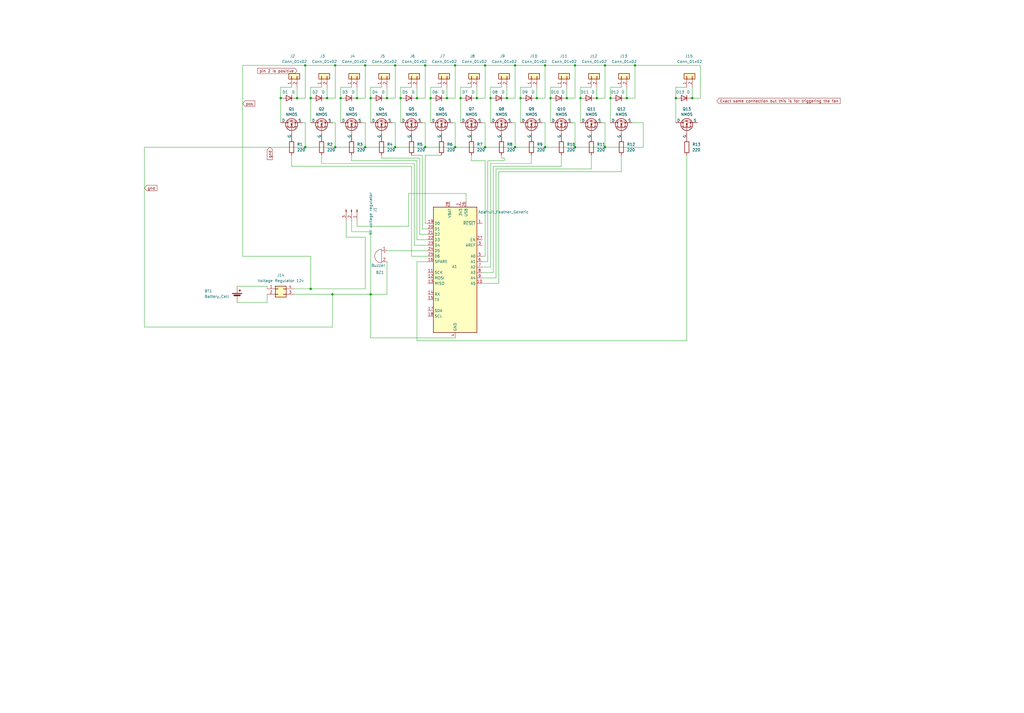
<source format=kicad_sch>
(kicad_sch (version 20231120) (generator "eeschema") (generator_version "8.0")
  (paper "User" 477.19 332.334)
  (lib_symbols
    (symbol "Connector:Conn_01x03_Pin" (pin_names (offset 1.016) hide)
      (property "Reference" "J" (at 0 5.08 0))
      (property "Value" "Conn_01x03_Pin" (at 0 -5.08 0))
      (symbol "Conn_01x03_Pin_1_1"
        (polyline (pts (xy 1.27 -2.54) (xy 0.8636 -2.54)) (stroke (width 0.1524)))
        (polyline (pts (xy 1.27 0) (xy 0.8636 0)) (stroke (width 0.1524)))
        (polyline (pts (xy 1.27 2.54) (xy 0.8636 2.54)) (stroke (width 0.1524)))
        (rectangle (start 0.8636 -2.413) (end 0 -2.667) (stroke (width 0.1524)) (fill (type outline)))
        (rectangle (start 0.8636 0.127) (end 0 -0.127) (stroke (width 0.1524)) (fill (type outline)))
        (rectangle (start 0.8636 2.667) (end 0 2.413) (stroke (width 0.1524)) (fill (type outline)))
        (pin passive line (at 5.08 2.54 180) (length 3.81) (name "Pin_1") (number "1"))
        (pin passive line (at 5.08 0 180) (length 3.81) (name "Pin_2") (number "2"))
        (pin passive line (at 5.08 -2.54 180) (length 3.81) (name "Pin_3") (number "3"))
      )
    )
    (symbol "Connector_Generic:Conn_01x02" (pin_names (offset 1.016) hide)
      (property "Reference" "J" (at 0 2.54 0))
      (property "Value" "Conn_01x02" (at 0 -5.08 0))
      (symbol "Conn_01x02_1_1"
        (rectangle (start -1.27 -2.413) (end 0 -2.667) (stroke (width 0.1524)))
        (rectangle (start -1.27 0.127) (end 0 -0.127) (stroke (width 0.1524)))
        (rectangle (start -1.27 1.27) (end 1.27 -3.81) (stroke (width 0.254)) (fill (type background)))
        (pin passive line (at -5.08 0 0) (length 3.81) (name "Pin_1") (number "1"))
        (pin passive line (at -5.08 -2.54 0) (length 3.81) (name "Pin_2") (number "2"))
      )
    )
    (symbol "Connector_Generic:Conn_02x02_Counter_Clockwise" (pin_names (offset 1.016) hide)
      (property "Reference" "J" (at 1.27 2.54 0))
      (property "Value" "Conn_02x02_Counter_Clockwise" (at 1.27 -5.08 0))
      (symbol "Conn_02x02_Counter_Clockwise_1_1"
        (rectangle (start -1.27 -2.413) (end 0 -2.667) (stroke (width 0.1524)))
        (rectangle (start -1.27 0.127) (end 0 -0.127) (stroke (width 0.1524)))
        (rectangle (start -1.27 1.27) (end 3.81 -3.81) (stroke (width 0.254)) (fill (type background)))
        (rectangle (start 3.81 -2.413) (end 2.54 -2.667) (stroke (width 0.1524)))
        (rectangle (start 3.81 0.127) (end 2.54 -0.127) (stroke (width 0.1524)))
        (pin passive line (at -5.08 0 0) (length 3.81) (name "Pin_1") (number "1"))
        (pin passive line (at -5.08 -2.54 0) (length 3.81) (name "Pin_2") (number "2"))
        (pin passive line (at 7.62 -2.54 180) (length 3.81) (name "Pin_3") (number "3"))
        (pin passive line (at 7.62 0 180) (length 3.81) (name "Pin_4") (number "4"))
      )
    )
    (symbol "Device:Battery_Cell" (pin_numbers hide) (pin_names (offset 0) hide)
      (property "Reference" "BT" (at 2.54 2.54 0))
      (property "Value" "Battery_Cell" (at 2.54 0 0))
      (symbol "Battery_Cell_0_1"
        (rectangle (start -2.286 1.778) (end 2.286 1.524) (fill (type outline)))
        (rectangle (start -1.524 1.016) (end 1.524 0.508) (fill (type outline)))
        (polyline (pts (xy 0 0.762) (xy 0 0)))
        (polyline (pts (xy 0 1.778) (xy 0 2.54)))
        (polyline (pts (xy 0.762 3.048) (xy 1.778 3.048)) (stroke (width 0.254)))
        (polyline (pts (xy 1.27 3.556) (xy 1.27 2.54)) (stroke (width 0.254)))
      )
      (symbol "Battery_Cell_1_1"
        (pin passive line (at 0 5.08 270) (length 2.54) (name "+") (number "1"))
        (pin passive line (at 0 -2.54 90) (length 2.54) (name "-") (number "2"))
      )
    )
    (symbol "Device:Buzzer" (pin_names (offset 0.0254) hide)
      (property "Reference" "BZ" (at 3.81 1.27 0))
      (property "Value" "Buzzer" (at 3.81 -1.27 0))
      (symbol "Buzzer_0_1"
        (arc (start 0 -3.175) (mid 3.1612 0) (end 0 3.175))
        (polyline (pts (xy -1.651 1.905) (xy -1.143 1.905)))
        (polyline (pts (xy -1.397 2.159) (xy -1.397 1.651)))
        (polyline (pts (xy 0 3.175) (xy 0 -3.175)))
      )
      (symbol "Buzzer_1_1"
        (pin passive line (at -2.54 2.54 0) (length 2.54) (name "+") (number "1"))
        (pin passive line (at -2.54 -2.54 0) (length 2.54) (name "-") (number "2"))
      )
    )
    (symbol "Device:D" (pin_numbers hide) (pin_names (offset 1.016) hide)
      (property "Reference" "D" (at 0 2.54 0))
      (property "Value" "D" (at 0 -2.54 0))
      (symbol "D_0_1"
        (polyline (pts (xy -1.27 1.27) (xy -1.27 -1.27)) (stroke (width 0.254)))
        (polyline (pts (xy 1.27 0) (xy -1.27 0)))
        (polyline (pts (xy 1.27 1.27) (xy 1.27 -1.27) (xy -1.27 0) (xy 1.27 1.27)) (stroke (width 0.254)))
      )
      (symbol "D_1_1"
        (pin passive line (at -3.81 0 0) (length 2.54) (name "K") (number "1"))
        (pin passive line (at 3.81 0 180) (length 2.54) (name "A") (number "2"))
      )
    )
    (symbol "Device:R" (pin_numbers hide) (pin_names (offset 0))
      (property "Reference" "R" (at 2.032 0 90))
      (property "Value" "R" (at 0 0 90))
      (symbol "R_0_1"
        (rectangle (start -1.016 -2.54) (end 1.016 2.54) (stroke (width 0.254)))
      )
      (symbol "R_1_1"
        (pin passive line (at 0 3.81 270) (length 1.27) (name "~") (number "1"))
        (pin passive line (at 0 -3.81 90) (length 1.27) (name "~") (number "2"))
      )
    )
    (symbol "MCU_Module:Adafruit_Feather_Generic"
      (property "Reference" "A" (at -10.16 29.21 0))
      (property "Value" "Adafruit_Feather_Generic" (at 2.54 -31.75 0))
      (symbol "Adafruit_Feather_Generic_0_1"
        (rectangle (start -10.16 27.94) (end 10.16 -30.48) (stroke (width 0.254)) (fill (type background)))
      )
      (symbol "Adafruit_Feather_Generic_1_1"
        (pin input line (at 12.7 20.32 180) (length 2.54) (name "~{RESET}") (number "1"))
        (pin bidirectional line (at 12.7 -7.62 180) (length 2.54) (name "A5") (number "10"))
        (pin bidirectional line (at -12.7 -2.54 0) (length 2.54) (name "SCK") (number "11"))
        (pin bidirectional line (at -12.7 -5.08 0) (length 2.54) (name "MOSI") (number "12"))
        (pin bidirectional line (at -12.7 -7.62 0) (length 2.54) (name "MISO") (number "13"))
        (pin bidirectional line (at -12.7 -12.7 0) (length 2.54) (name "RX") (number "14"))
        (pin bidirectional line (at -12.7 -15.24 0) (length 2.54) (name "TX") (number "15"))
        (pin bidirectional line (at -12.7 2.54 0) (length 2.54) (name "SPARE") (number "16"))
        (pin bidirectional line (at -12.7 -20.32 0) (length 2.54) (name "SDA") (number "17"))
        (pin bidirectional line (at -12.7 -22.86 0) (length 2.54) (name "SCL") (number "18"))
        (pin bidirectional line (at -12.7 20.32 0) (length 2.54) (name "D0") (number "19"))
        (pin power_in line (at 2.54 30.48 270) (length 2.54) (name "3V3") (number "2"))
        (pin bidirectional line (at -12.7 17.78 0) (length 2.54) (name "D1") (number "20"))
        (pin bidirectional line (at -12.7 15.24 0) (length 2.54) (name "D2") (number "21"))
        (pin bidirectional line (at -12.7 12.7 0) (length 2.54) (name "D3") (number "22"))
        (pin bidirectional line (at -12.7 10.16 0) (length 2.54) (name "D4") (number "23"))
        (pin bidirectional line (at -12.7 7.62 0) (length 2.54) (name "D5") (number "24"))
        (pin bidirectional line (at -12.7 5.08 0) (length 2.54) (name "D6") (number "25"))
        (pin power_in line (at 5.08 30.48 270) (length 2.54) (name "USB") (number "26"))
        (pin input line (at 12.7 12.7 180) (length 2.54) (name "EN") (number "27"))
        (pin power_in line (at -2.54 30.48 270) (length 2.54) (name "VBAT") (number "28"))
        (pin input line (at 12.7 10.16 180) (length 2.54) (name "AREF") (number "3"))
        (pin power_in line (at 0 -33.02 90) (length 2.54) (name "GND") (number "4"))
        (pin bidirectional line (at 12.7 5.08 180) (length 2.54) (name "A0") (number "5"))
        (pin bidirectional line (at 12.7 2.54 180) (length 2.54) (name "A1") (number "6"))
        (pin bidirectional line (at 12.7 0 180) (length 2.54) (name "A2") (number "7"))
        (pin bidirectional line (at 12.7 -2.54 180) (length 2.54) (name "A3") (number "8"))
        (pin bidirectional line (at 12.7 -5.08 180) (length 2.54) (name "A4") (number "9"))
      )
    )
    (symbol "Simulation_SPICE:NMOS" (pin_numbers hide) (pin_names (offset 0))
      (property "Reference" "Q" (at 5.08 1.27 0))
      (property "Value" "NMOS" (at 5.08 -1.27 0))
      (symbol "NMOS_0_1"
        (polyline (pts (xy 0.254 0) (xy -2.54 0)))
        (polyline (pts (xy 0.254 1.905) (xy 0.254 -1.905)) (stroke (width 0.254)))
        (polyline (pts (xy 0.762 -1.27) (xy 0.762 -2.286)) (stroke (width 0.254)))
        (polyline (pts (xy 0.762 0.508) (xy 0.762 -0.508)) (stroke (width 0.254)))
        (polyline (pts (xy 0.762 2.286) (xy 0.762 1.27)) (stroke (width 0.254)))
        (polyline (pts (xy 2.54 2.54) (xy 2.54 1.778)))
        (polyline (pts (xy 2.54 -2.54) (xy 2.54 0) (xy 0.762 0)))
        (polyline (pts (xy 0.762 -1.778) (xy 3.302 -1.778) (xy 3.302 1.778) (xy 0.762 1.778)))
        (polyline (pts (xy 1.016 0) (xy 2.032 0.381) (xy 2.032 -0.381) (xy 1.016 0)) (fill (type outline)))
        (polyline (pts (xy 2.794 0.508) (xy 2.921 0.381) (xy 3.683 0.381) (xy 3.81 0.254)))
        (polyline (pts (xy 3.302 0.381) (xy 2.921 -0.254) (xy 3.683 -0.254) (xy 3.302 0.381)))
        (circle (center 1.651 0) (radius 2.794) (stroke (width 0.254)))
        (circle (center 2.54 -1.778) (radius 0.254) (fill (type outline)))
        (circle (center 2.54 1.778) (radius 0.254) (fill (type outline)))
      )
      (symbol "NMOS_1_1"
        (pin passive line (at 2.54 5.08 270) (length 2.54) (name "D") (number "1"))
        (pin input line (at -5.08 0 0) (length 2.54) (name "G") (number "2"))
        (pin passive line (at 2.54 -5.08 90) (length 2.54) (name "S") (number "3"))
      )
    )
  )
  (junction (at 240.03 68.58))
  (junction (at 322.58 45.72))
  (junction (at 144.78 134.62))
  (junction (at 138.43 45.72))
  (junction (at 284.48 45.72))
  (junction (at 212.09 68.58))
  (junction (at 194.31 45.72))
  (junction (at 270.51 45.72))
  (junction (at 212.09 30.48))
  (junction (at 180.34 45.72))
  (junction (at 142.24 30.48))
  (junction (at 292.1 45.72))
  (junction (at 242.57 45.72))
  (junction (at 144.78 45.72))
  (junction (at 278.13 45.72))
  (junction (at 186.69 45.72))
  (junction (at 254 30.48))
  (junction (at 184.15 30.48))
  (junction (at 156.21 68.58))
  (junction (at 295.91 30.48))
  (junction (at 166.37 45.72))
  (junction (at 198.12 68.58))
  (junction (at 226.06 30.48))
  (junction (at 208.28 45.72))
  (junction (at 184.15 68.58))
  (junction (at 281.94 68.58))
  (junction (at 240.03 30.48))
  (junction (at 226.06 68.58))
  (junction (at 254 68.58))
  (junction (at 256.54 45.72))
  (junction (at 172.72 45.72))
  (junction (at 130.81 45.72))
  (junction (at 154.94 137.16))
  (junction (at 267.97 68.58))
  (junction (at 228.6 45.72))
  (junction (at 267.97 30.48))
  (junction (at 250.19 45.72))
  (junction (at 198.12 30.48))
  (junction (at 170.18 30.48))
  (junction (at 158.75 45.72))
  (junction (at 214.63 45.72))
  (junction (at 314.96 45.72))
  (junction (at 264.16 45.72))
  (junction (at 152.4 45.72))
  (junction (at 200.66 45.72))
  (junction (at 281.94 30.48))
  (junction (at 142.24 68.58))
  (junction (at 236.22 45.72))
  (junction (at 172.72 137.16))
  (junction (at 156.21 30.48))
  (junction (at 222.25 45.72))
  (junction (at 170.18 68.58))
  (wire (pts (xy 184.15 45.72) (xy 180.34 45.72)))
  (wire (pts (xy 232.41 132.08) (xy 224.79 132.08)))
  (wire (pts (xy 195.58 109.22) (xy 199.39 109.22)))
  (wire (pts (xy 166.37 40.64) (xy 166.37 45.72)))
  (wire (pts (xy 281.94 57.15) (xy 281.94 68.58)))
  (wire (pts (xy 198.12 68.58) (xy 212.09 68.58)))
  (wire (pts (xy 156.21 30.48) (xy 156.21 45.72)))
  (wire (pts (xy 198.12 30.48) (xy 212.09 30.48)))
  (wire (pts (xy 281.94 68.58) (xy 299.72 68.58)))
  (wire (pts (xy 212.09 30.48) (xy 226.06 30.48)))
  (wire (pts (xy 186.69 45.72) (xy 186.69 40.64)))
  (wire (pts (xy 177.8 73.66) (xy 177.8 72.39)))
  (wire (pts (xy 130.81 45.72) (xy 130.81 57.15)))
  (wire (pts (xy 170.18 57.15) (xy 170.18 68.58)))
  (wire (pts (xy 284.48 45.72) (xy 284.48 40.64)))
  (wire (pts (xy 256.54 45.72) (xy 256.54 57.15)))
  (wire (pts (xy 194.31 158.75) (xy 194.31 121.92)))
  (wire (pts (xy 264.16 40.64) (xy 264.16 45.72)))
  (wire (pts (xy 156.21 57.15) (xy 154.94 57.15)))
  (wire (pts (xy 227.33 74.93) (xy 234.95 74.93)))
  (wire (pts (xy 212.09 68.58) (xy 226.06 68.58)))
  (wire (pts (xy 195.58 109.22) (xy 195.58 73.66)))
  (wire (pts (xy 191.77 77.47) (xy 135.89 77.47)))
  (wire (pts (xy 184.15 30.48) (xy 184.15 45.72)))
  (wire (pts (xy 299.72 57.15) (xy 294.64 57.15)))
  (wire (pts (xy 130.81 45.72) (xy 130.81 40.64)))
  (wire (pts (xy 144.78 119.38) (xy 144.78 134.62)))
  (wire (pts (xy 172.72 157.48) (xy 172.72 137.16)))
  (wire (pts (xy 240.03 30.48) (xy 240.03 45.72)))
  (wire (pts (xy 250.19 40.64) (xy 250.19 45.72)))
  (wire (pts (xy 228.6 45.72) (xy 228.6 57.15)))
  (wire (pts (xy 295.91 30.48) (xy 295.91 45.72)))
  (wire (pts (xy 158.75 45.72) (xy 158.75 57.15)))
  (wire (pts (xy 314.96 45.72) (xy 314.96 40.64)))
  (wire (pts (xy 198.12 104.14) (xy 199.39 104.14)))
  (wire (pts (xy 270.51 45.72) (xy 270.51 40.64)))
  (wire (pts (xy 234.95 73.66) (xy 233.68 73.66)))
  (wire (pts (xy 184.15 57.15) (xy 184.15 68.58)))
  (wire (pts (xy 196.85 106.68) (xy 199.39 106.68)))
  (wire (pts (xy 270.51 45.72) (xy 270.51 57.15)))
  (wire (pts (xy 182.88 57.15) (xy 184.15 57.15)))
  (wire (pts (xy 113.03 30.48) (xy 113.03 119.38)))
  (wire (pts (xy 284.48 45.72) (xy 284.48 57.15)))
  (wire (pts (xy 219.71 74.93) (xy 226.06 74.93)))
  (wire (pts (xy 113.03 119.38) (xy 144.78 119.38)))
  (wire (pts (xy 186.69 40.64) (xy 191.77 40.64)))
  (wire (pts (xy 154.94 137.16) (xy 172.72 137.16)))
  (wire (pts (xy 200.66 40.64) (xy 205.74 40.64)))
  (wire (pts (xy 196.85 72.39) (xy 196.85 106.68)))
  (wire (pts (xy 156.21 30.48) (xy 170.18 30.48)))
  (wire (pts (xy 234.95 74.93) (xy 234.95 73.66)))
  (wire (pts (xy 170.18 68.58) (xy 184.15 68.58)))
  (wire (pts (xy 172.72 137.16) (xy 172.72 107.95)))
  (wire (pts (xy 226.06 74.93) (xy 226.06 119.38)))
  (wire (pts (xy 166.37 102.87) (xy 166.37 105.41)))
  (wire (pts (xy 200.66 45.72) (xy 200.66 40.64)))
  (wire (pts (xy 226.06 119.38) (xy 224.79 119.38)))
  (wire (pts (xy 254 68.58) (xy 267.97 68.58)))
  (wire (pts (xy 163.83 72.39) (xy 163.83 74.93)))
  (wire (pts (xy 254 30.48) (xy 267.97 30.48)))
  (wire (pts (xy 314.96 45.72) (xy 314.96 57.15)))
  (wire (pts (xy 261.62 72.39) (xy 261.62 77.47)))
  (wire (pts (xy 229.87 77.47) (xy 261.62 77.47)))
  (wire (pts (xy 142.24 45.72) (xy 142.24 30.48)))
  (wire (pts (xy 180.34 137.16) (xy 172.72 137.16)))
  (wire (pts (xy 210.82 57.15) (xy 212.09 57.15)))
  (wire (pts (xy 292.1 40.64) (xy 292.1 45.72)))
  (wire (pts (xy 219.71 72.39) (xy 219.71 74.93)))
  (wire (pts (xy 137.16 137.16) (xy 154.94 137.16)))
  (wire (pts (xy 281.94 45.72) (xy 281.94 30.48)))
  (wire (pts (xy 278.13 45.72) (xy 281.94 45.72)))
  (wire (pts (xy 224.79 57.15) (xy 226.06 57.15)))
  (wire (pts (xy 226.06 57.15) (xy 226.06 68.58)))
  (wire (pts (xy 247.65 76.2) (xy 247.65 72.39)))
  (wire (pts (xy 226.06 45.72) (xy 226.06 30.48)))
  (wire (pts (xy 168.91 57.15) (xy 170.18 57.15)))
  (wire (pts (xy 172.72 45.72) (xy 172.72 57.15)))
  (wire (pts (xy 142.24 68.58) (xy 156.21 68.58)))
  (wire (pts (xy 228.6 40.64) (xy 233.68 40.64)))
  (wire (pts (xy 284.48 40.64) (xy 289.56 40.64)))
  (wire (pts (xy 229.87 127) (xy 224.79 127)))
  (wire (pts (xy 267.97 30.48) (xy 267.97 45.72)))
  (wire (pts (xy 152.4 40.64) (xy 152.4 45.72)))
  (wire (pts (xy 267.97 30.48) (xy 281.94 30.48)))
  (wire (pts (xy 163.83 107.95) (xy 163.83 102.87)))
  (wire (pts (xy 110.49 133.35) (xy 124.46 133.35)))
  (wire (pts (xy 275.59 78.74) (xy 231.14 78.74)))
  (wire (pts (xy 191.77 119.38) (xy 191.77 77.47)))
  (wire (pts (xy 200.66 45.72) (xy 200.66 57.15)))
  (wire (pts (xy 222.25 45.72) (xy 226.06 45.72)))
  (wire (pts (xy 170.18 134.62) (xy 170.18 110.49)))
  (wire (pts (xy 191.77 72.39) (xy 196.85 72.39)))
  (wire (pts (xy 124.46 133.35) (xy 124.46 134.62)))
  (wire (pts (xy 217.17 90.17) (xy 217.17 93.98)))
  (wire (pts (xy 110.49 140.97) (xy 124.46 140.97)))
  (wire (pts (xy 252.73 57.15) (xy 254 57.15)))
  (wire (pts (xy 267.97 45.72) (xy 264.16 45.72)))
  (wire (pts (xy 275.59 72.39) (xy 275.59 78.74)))
  (wire (pts (xy 208.28 40.64) (xy 208.28 45.72)))
  (wire (pts (xy 158.75 45.72) (xy 158.75 40.64)))
  (wire (pts (xy 194.31 111.76) (xy 199.39 111.76)))
  (wire (pts (xy 254 57.15) (xy 254 68.58)))
  (wire (pts (xy 193.04 114.3) (xy 193.04 76.2)))
  (wire (pts (xy 194.31 40.64) (xy 194.31 45.72)))
  (wire (pts (xy 240.03 30.48) (xy 254 30.48)))
  (wire (pts (xy 194.31 74.93) (xy 163.83 74.93)))
  (wire (pts (xy 144.78 45.72) (xy 144.78 57.15)))
  (wire (pts (xy 124.46 140.97) (xy 124.46 137.16)))
  (wire (pts (xy 144.78 134.62) (xy 170.18 134.62)))
  (wire (pts (xy 242.57 45.72) (xy 242.57 57.15)))
  (wire (pts (xy 214.63 40.64) (xy 219.71 40.64)))
  (wire (pts (xy 233.68 73.66) (xy 233.68 72.39)))
  (wire (pts (xy 256.54 40.64) (xy 261.62 40.64)))
  (wire (pts (xy 180.34 40.64) (xy 180.34 45.72)))
  (wire (pts (xy 198.12 57.15) (xy 198.12 68.58)))
  (wire (pts (xy 138.43 45.72) (xy 142.24 45.72)))
  (wire (pts (xy 232.41 80.01) (xy 232.41 132.08)))
  (wire (pts (xy 266.7 57.15) (xy 267.97 57.15)))
  (wire (pts (xy 158.75 40.64) (xy 163.83 40.64)))
  (wire (pts (xy 180.34 116.84) (xy 199.39 116.84)))
  (wire (pts (xy 194.31 45.72) (xy 198.12 45.72)))
  (wire (pts (xy 67.31 152.4) (xy 67.31 68.58)))
  (wire (pts (xy 212.09 45.72) (xy 208.28 45.72)))
  (wire (pts (xy 242.57 40.64) (xy 247.65 40.64)))
  (wire (pts (xy 166.37 45.72) (xy 170.18 45.72)))
  (wire (pts (xy 238.76 57.15) (xy 240.03 57.15)))
  (wire (pts (xy 227.33 121.92) (xy 224.79 121.92)))
  (wire (pts (xy 172.72 40.64) (xy 177.8 40.64)))
  (wire (pts (xy 254 45.72) (xy 254 30.48)))
  (wire (pts (xy 322.58 40.64) (xy 322.58 45.72)))
  (wire (pts (xy 320.04 72.39) (xy 320.04 158.75)))
  (wire (pts (xy 240.03 45.72) (xy 236.22 45.72)))
  (wire (pts (xy 135.89 72.39) (xy 135.89 77.47)))
  (wire (pts (xy 156.21 45.72) (xy 152.4 45.72)))
  (wire (pts (xy 231.14 129.54) (xy 224.79 129.54)))
  (wire (pts (xy 229.87 77.47) (xy 229.87 127)))
  (wire (pts (xy 130.81 40.64) (xy 135.89 40.64)))
  (wire (pts (xy 138.43 40.64) (xy 138.43 45.72)))
  (wire (pts (xy 172.72 45.72) (xy 172.72 40.64)))
  (wire (pts (xy 156.21 68.58) (xy 170.18 68.58)))
  (wire (pts (xy 299.72 68.58) (xy 299.72 57.15)))
  (wire (pts (xy 267.97 57.15) (xy 267.97 68.58)))
  (wire (pts (xy 154.94 137.16) (xy 154.94 152.4)))
  (wire (pts (xy 214.63 45.72) (xy 214.63 40.64)))
  (wire (pts (xy 227.33 74.93) (xy 227.33 121.92)))
  (wire (pts (xy 240.03 68.58) (xy 254 68.58)))
  (wire (pts (xy 149.86 76.2) (xy 149.86 72.39)))
  (wire (pts (xy 326.39 30.48) (xy 326.39 45.72)))
  (wire (pts (xy 166.37 105.41) (xy 190.5 105.41)))
  (wire (pts (xy 190.5 90.17) (xy 217.17 90.17)))
  (wire (pts (xy 142.24 57.15) (xy 140.97 57.15)))
  (wire (pts (xy 256.54 45.72) (xy 256.54 40.64)))
  (wire (pts (xy 154.94 152.4) (xy 67.31 152.4)))
  (wire (pts (xy 326.39 45.72) (xy 322.58 45.72)))
  (wire (pts (xy 190.5 105.41) (xy 190.5 90.17)))
  (wire (pts (xy 180.34 121.92) (xy 180.34 137.16)))
  (wire (pts (xy 144.78 40.64) (xy 149.86 40.64)))
  (wire (pts (xy 170.18 45.72) (xy 170.18 30.48)))
  (wire (pts (xy 214.63 45.72) (xy 214.63 57.15)))
  (wire (pts (xy 137.16 134.62) (xy 144.78 134.62)))
  (wire (pts (xy 193.04 114.3) (xy 199.39 114.3)))
  (wire (pts (xy 228.6 124.46) (xy 224.79 124.46)))
  (wire (pts (xy 198.12 104.14) (xy 198.12 72.39)))
  (wire (pts (xy 193.04 76.2) (xy 149.86 76.2)))
  (wire (pts (xy 163.83 107.95) (xy 172.72 107.95)))
  (wire (pts (xy 240.03 57.15) (xy 240.03 68.58)))
  (wire (pts (xy 242.57 45.72) (xy 242.57 40.64)))
  (wire (pts (xy 170.18 30.48) (xy 184.15 30.48)))
  (wire (pts (xy 198.12 45.72) (xy 198.12 30.48)))
  (wire (pts (xy 142.24 30.48) (xy 156.21 30.48)))
  (wire (pts (xy 142.24 57.15) (xy 142.24 68.58)))
  (wire (pts (xy 289.56 72.39) (xy 289.56 80.01)))
  (wire (pts (xy 267.97 68.58) (xy 281.94 68.58)))
  (wire (pts (xy 186.69 45.72) (xy 186.69 57.15)))
  (wire (pts (xy 281.94 30.48) (xy 295.91 30.48)))
  (wire (pts (xy 226.06 30.48) (xy 240.03 30.48)))
  (wire (pts (xy 222.25 40.64) (xy 222.25 45.72)))
  (wire (pts (xy 232.41 80.01) (xy 289.56 80.01)))
  (wire (pts (xy 196.85 57.15) (xy 198.12 57.15)))
  (wire (pts (xy 247.65 76.2) (xy 228.6 76.2)))
  (wire (pts (xy 194.31 111.76) (xy 194.31 74.93)))
  (wire (pts (xy 228.6 76.2) (xy 228.6 124.46)))
  (wire (pts (xy 142.24 30.48) (xy 113.03 30.48)))
  (wire (pts (xy 212.09 157.48) (xy 172.72 157.48)))
  (wire (pts (xy 199.39 119.38) (xy 191.77 119.38)))
  (wire (pts (xy 314.96 40.64) (xy 320.04 40.64)))
  (wire (pts (xy 295.91 30.48) (xy 326.39 30.48)))
  (wire (pts (xy 236.22 40.64) (xy 236.22 45.72)))
  (wire (pts (xy 184.15 68.58) (xy 198.12 68.58)))
  (wire (pts (xy 250.19 45.72) (xy 254 45.72)))
  (wire (pts (xy 195.58 73.66) (xy 177.8 73.66)))
  (wire (pts (xy 231.14 78.74) (xy 231.14 129.54)))
  (wire (pts (xy 161.29 110.49) (xy 161.29 102.87)))
  (wire (pts (xy 212.09 57.15) (xy 212.09 68.58)))
  (wire (pts (xy 194.31 121.92) (xy 199.39 121.92)))
  (wire (pts (xy 212.09 30.48) (xy 212.09 45.72)))
  (wire (pts (xy 161.29 110.49) (xy 170.18 110.49)))
  (wire (pts (xy 278.13 40.64) (xy 278.13 45.72)))
  (wire (pts (xy 226.06 68.58) (xy 240.03 68.58)))
  (wire (pts (xy 67.31 68.58) (xy 142.24 68.58)))
  (wire (pts (xy 270.51 40.64) (xy 275.59 40.64)))
  (wire (pts (xy 280.67 57.15) (xy 281.94 57.15)))
  (wire (pts (xy 144.78 45.72) (xy 144.78 40.64)))
  (wire (pts (xy 320.04 158.75) (xy 194.31 158.75)))
  (wire (pts (xy 295.91 45.72) (xy 292.1 45.72)))
  (wire (pts (xy 184.15 30.48) (xy 198.12 30.48)))
  (wire (pts (xy 228.6 45.72) (xy 228.6 40.64)))
  (wire (pts (xy 198.12 72.39) (xy 205.74 72.39)))
  (wire (pts (xy 156.21 68.58) (xy 156.21 57.15)))
  (global_label "gnd" (shape input) (at 67.31 87.63 0) (property "Intersheetrefs" "${INTERSHEET_REFS}" (effects (hide yes))))
  (global_label "gnd" (shape input) (at 125.73 68.58 270) (property "Intersheetrefs" "${INTERSHEET_REFS}" (effects (hide yes))))
  (global_label "Exact same connection but this is for triggering the fan" (shape input) (at 334.01 46.99 0) (property "Intersheetrefs" "${INTERSHEET_REFS}" (effects (hide yes))))
  (global_label "pos" (shape input) (at 113.03 48.26 0) (property "Intersheetrefs" "${INTERSHEET_REFS}" (effects (hide yes))))
  (global_label "pin 2 is positive" (shape input) (at 138.43 33.02 180) (property "Intersheetrefs" "${INTERSHEET_REFS}" (effects (hide yes))))
  (symbol (lib_id "Connector_Generic:Conn_01x02") (at 219.71 35.56 90) (unit 1)
    (property "Reference" "J8" (at 218.948 26.162 90) (effects (justify right)))
    (property "Value" "Conn_01x02" (at 215.138 28.702 90) (effects (justify right)))
    (property "Footprint" "AA_Oscars_Custom:2 pin qwik connector" (effects (hide yes)))
    (property "Description" "Generic connector, single row, 01x02, script generated (kicad-library-utils/schlib/autogen/connector/)" (effects (hide yes)))
  )
  (symbol (lib_id "Device:R") (at 275.59 68.58 0) (unit 1)
    (property "Reference" "R11" (at 278.13 67.3099 0) (effects (justify left)))
    (property "Value" "220" (at 278.13 69.8499 0) (effects (justify left)))
    (property "Footprint" "Resistor_SMD:R_2010_5025Metric_Pad1.40x2.65mm_HandSolder" (effects (hide yes)))
    (property "Description" "Resistor" (effects (hide yes)))
  )
  (symbol (lib_id "Device:R") (at 219.71 68.58 0) (unit 1)
    (property "Reference" "R7" (at 222.25 67.3099 0) (effects (justify left)))
    (property "Value" "220" (at 222.25 69.8499 0) (effects (justify left)))
    (property "Footprint" "Resistor_SMD:R_2010_5025Metric_Pad1.40x2.65mm_HandSolder" (effects (hide yes)))
    (property "Description" "Resistor" (effects (hide yes)))
  )
  (symbol (lib_id "Connector_Generic:Conn_01x02") (at 135.89 35.56 90) (unit 1)
    (property "Reference" "J2" (at 135.128 26.162 90) (effects (justify right)))
    (property "Value" "Conn_01x02" (at 131.318 28.702 90) (effects (justify right)))
    (property "Footprint" "AA_Oscars_Custom:2 pin qwik connector" (effects (hide yes)))
    (property "Description" "Generic connector, single row, 01x02, script generated (kicad-library-utils/schlib/autogen/connector/)" (effects (hide yes)))
  )
  (symbol (lib_id "Device:R") (at 149.86 68.58 0) (unit 1)
    (property "Reference" "R2" (at 152.4 67.3099 0) (effects (justify left)))
    (property "Value" "220" (at 152.4 69.8499 0) (effects (justify left)))
    (property "Footprint" "Resistor_SMD:R_2010_5025Metric_Pad1.40x2.65mm_HandSolder" (effects (hide yes)))
    (property "Description" "Resistor" (effects (hide yes)))
  )
  (symbol (lib_id "Device:R") (at 191.77 68.58 0) (unit 1)
    (property "Reference" "R5" (at 194.31 67.3099 0) (effects (justify left)))
    (property "Value" "220" (at 194.31 69.8499 0) (effects (justify left)))
    (property "Footprint" "Resistor_SMD:R_2010_5025Metric_Pad1.40x2.65mm_HandSolder" (effects (hide yes)))
    (property "Description" "Resistor" (effects (hide yes)))
  )
  (symbol (lib_id "Connector_Generic:Conn_02x02_Counter_Clockwise") (at 129.54 134.62 0) (unit 1)
    (property "Reference" "J14" (at 130.81 128.27 0))
    (property "Value" "Voltage Regulator 12v" (at 130.81 130.81 0))
    (property "Description" "Generic connector, double row, 02x02, counter clockwise pin numbering scheme (similar to DIP package numbering), script generated (kicad-library-utils/schlib/autogen/connector/)" (effects (hide yes)))
  )
  (symbol (lib_id "Device:D") (at 232.41 45.72 180) (unit 1)
    (property "Reference" "D8" (at 230.632 42.926 0))
    (property "Value" "D" (at 234.442 42.926 0))
    (property "Footprint" "Diode_THT:D_A-405_P7.62mm_Horizontal" (effects (hide yes)))
    (property "Description" "Diode" (effects (hide yes)))
    (property "Sim.Device" "D" (effects (hide yes)))
    (property "Sim.Pins" "1=K 2=A" (effects (hide yes)))
  )
  (symbol (lib_id "Device:D") (at 274.32 45.72 180) (unit 1)
    (property "Reference" "D11" (at 272.542 42.926 0))
    (property "Value" "D" (at 276.352 42.926 0))
    (property "Footprint" "Diode_THT:D_A-405_P7.62mm_Horizontal" (effects (hide yes)))
    (property "Description" "Diode" (effects (hide yes)))
    (property "Sim.Device" "D" (effects (hide yes)))
    (property "Sim.Pins" "1=K 2=A" (effects (hide yes)))
  )
  (symbol (lib_id "Simulation_SPICE:NMOS") (at 261.62 59.69 90) (unit 1)
    (property "Reference" "Q10" (at 261.62 50.8 90))
    (property "Value" "NMOS" (at 261.62 53.34 90))
    (property "Footprint" "Package_TO_SOT_THT:TO-220-3_Vertical" (effects (hide yes)))
    (property "Datasheet" "https://ngspice.sourceforge.io/docs/ngspice-html-manual/manual.xhtml#cha_MOSFETs" (effects (hide yes)))
    (property "Description" "N-MOSFET transistor, drain/source/gate" (effects (hide yes)))
    (property "Sim.Device" "NMOS" (effects (hide yes)))
    (property "Sim.Type" "VDMOS" (effects (hide yes)))
    (property "Sim.Pins" "1=D 2=G 3=S" (effects (hide yes)))
  )
  (symbol (lib_id "Device:R") (at 289.56 68.58 0) (unit 1)
    (property "Reference" "R12" (at 292.1 67.3099 0) (effects (justify left)))
    (property "Value" "220" (at 292.1 69.8499 0) (effects (justify left)))
    (property "Footprint" "Resistor_SMD:R_2010_5025Metric_Pad1.40x2.65mm_HandSolder" (effects (hide yes)))
    (property "Description" "Resistor" (effects (hide yes)))
  )
  (symbol (lib_id "Simulation_SPICE:NMOS") (at 205.74 59.69 90) (unit 1)
    (property "Reference" "Q6" (at 205.74 50.8 90))
    (property "Value" "NMOS" (at 205.74 53.34 90))
    (property "Footprint" "Package_TO_SOT_THT:TO-220-3_Vertical" (effects (hide yes)))
    (property "Datasheet" "https://ngspice.sourceforge.io/docs/ngspice-html-manual/manual.xhtml#cha_MOSFETs" (effects (hide yes)))
    (property "Description" "N-MOSFET transistor, drain/source/gate" (effects (hide yes)))
    (property "Sim.Device" "NMOS" (effects (hide yes)))
    (property "Sim.Type" "VDMOS" (effects (hide yes)))
    (property "Sim.Pins" "1=D 2=G 3=S" (effects (hide yes)))
  )
  (symbol (lib_id "Device:R") (at 177.8 68.58 0) (unit 1)
    (property "Reference" "R4" (at 180.34 67.3099 0) (effects (justify left)))
    (property "Value" "220" (at 180.34 69.8499 0) (effects (justify left)))
    (property "Footprint" "Resistor_SMD:R_2010_5025Metric_Pad1.40x2.65mm_HandSolder" (effects (hide yes)))
    (property "Description" "Resistor" (effects (hide yes)))
  )
  (symbol (lib_id "Device:D") (at 176.53 45.72 180) (unit 1)
    (property "Reference" "D4" (at 174.752 42.926 0))
    (property "Value" "D" (at 178.562 42.926 0))
    (property "Footprint" "Diode_THT:D_A-405_P7.62mm_Horizontal" (effects (hide yes)))
    (property "Description" "Diode" (effects (hide yes)))
    (property "Sim.Device" "D" (effects (hide yes)))
    (property "Sim.Pins" "1=K 2=A" (effects (hide yes)))
  )
  (symbol (lib_id "Simulation_SPICE:NMOS") (at 219.71 59.69 90) (unit 1)
    (property "Reference" "Q7" (at 219.71 50.8 90))
    (property "Value" "NMOS" (at 219.71 53.34 90))
    (property "Footprint" "Package_TO_SOT_THT:TO-220-3_Vertical" (effects (hide yes)))
    (property "Datasheet" "https://ngspice.sourceforge.io/docs/ngspice-html-manual/manual.xhtml#cha_MOSFETs" (effects (hide yes)))
    (property "Description" "N-MOSFET transistor, drain/source/gate" (effects (hide yes)))
    (property "Sim.Device" "NMOS" (effects (hide yes)))
    (property "Sim.Type" "VDMOS" (effects (hide yes)))
    (property "Sim.Pins" "1=D 2=G 3=S" (effects (hide yes)))
  )
  (symbol (lib_id "Simulation_SPICE:NMOS") (at 275.59 59.69 90) (unit 1)
    (property "Reference" "Q11" (at 275.59 50.8 90))
    (property "Value" "NMOS" (at 275.59 53.34 90))
    (property "Footprint" "Package_TO_SOT_THT:TO-220-3_Vertical" (effects (hide yes)))
    (property "Datasheet" "https://ngspice.sourceforge.io/docs/ngspice-html-manual/manual.xhtml#cha_MOSFETs" (effects (hide yes)))
    (property "Description" "N-MOSFET transistor, drain/source/gate" (effects (hide yes)))
    (property "Sim.Device" "NMOS" (effects (hide yes)))
    (property "Sim.Type" "VDMOS" (effects (hide yes)))
    (property "Sim.Pins" "1=D 2=G 3=S" (effects (hide yes)))
  )
  (symbol (lib_id "Device:R") (at 163.83 68.58 0) (unit 1)
    (property "Reference" "R3" (at 166.37 67.3099 0) (effects (justify left)))
    (property "Value" "220" (at 166.37 69.8499 0) (effects (justify left)))
    (property "Footprint" "Resistor_SMD:R_2010_5025Metric_Pad1.40x2.65mm_HandSolder" (effects (hide yes)))
    (property "Description" "Resistor" (effects (hide yes)))
  )
  (symbol (lib_id "Connector_Generic:Conn_01x02") (at 191.77 35.56 90) (unit 1)
    (property "Reference" "J6" (at 191.008 26.162 90) (effects (justify right)))
    (property "Value" "Conn_01x02" (at 187.198 28.702 90) (effects (justify right)))
    (property "Footprint" "AA_Oscars_Custom:2 pin qwik connector" (effects (hide yes)))
    (property "Description" "Generic connector, single row, 01x02, script generated (kicad-library-utils/schlib/autogen/connector/)" (effects (hide yes)))
  )
  (symbol (lib_id "Simulation_SPICE:NMOS") (at 163.83 59.69 90) (unit 1)
    (property "Reference" "Q3" (at 163.83 50.8 90))
    (property "Value" "NMOS" (at 163.83 53.34 90))
    (property "Footprint" "Package_TO_SOT_THT:TO-220-3_Vertical" (effects (hide yes)))
    (property "Datasheet" "https://ngspice.sourceforge.io/docs/ngspice-html-manual/manual.xhtml#cha_MOSFETs" (effects (hide yes)))
    (property "Description" "N-MOSFET transistor, drain/source/gate" (effects (hide yes)))
    (property "Sim.Device" "NMOS" (effects (hide yes)))
    (property "Sim.Type" "VDMOS" (effects (hide yes)))
    (property "Sim.Pins" "1=D 2=G 3=S" (effects (hide yes)))
  )
  (symbol (lib_id "Device:R") (at 135.89 68.58 0) (unit 1)
    (property "Reference" "R1" (at 138.43 67.3099 0) (effects (justify left)))
    (property "Value" "220" (at 138.43 69.8499 0) (effects (justify left)))
    (property "Footprint" "Resistor_SMD:R_2010_5025Metric_Pad1.40x2.65mm_HandSolder" (effects (hide yes)))
    (property "Description" "Resistor" (effects (hide yes)))
  )
  (symbol (lib_id "Connector_Generic:Conn_01x02") (at 163.83 35.56 90) (unit 1)
    (property "Reference" "J4" (at 163.068 26.162 90) (effects (justify right)))
    (property "Value" "Conn_01x02" (at 159.258 28.702 90) (effects (justify right)))
    (property "Footprint" "AA_Oscars_Custom:2 pin qwik connector" (effects (hide yes)))
    (property "Description" "Generic connector, single row, 01x02, script generated (kicad-library-utils/schlib/autogen/connector/)" (effects (hide yes)))
  )
  (symbol (lib_id "Device:D") (at 148.59 45.72 180) (unit 1)
    (property "Reference" "D2" (at 146.812 42.926 0))
    (property "Value" "D" (at 150.622 42.926 0))
    (property "Footprint" "Diode_THT:D_A-405_P7.62mm_Horizontal" (effects (hide yes)))
    (property "Description" "Diode" (effects (hide yes)))
    (property "Sim.Device" "D" (effects (hide yes)))
    (property "Sim.Pins" "1=K 2=A" (effects (hide yes)))
  )
  (symbol (lib_id "Connector_Generic:Conn_01x02") (at 320.04 35.56 90) (unit 1)
    (property "Reference" "J15" (at 319.278 26.162 90) (effects (justify right)))
    (property "Value" "Conn_01x02" (at 315.468 28.702 90) (effects (justify right)))
    (property "Footprint" "AA_Oscars_Custom:2 pin qwik connector" (effects (hide yes)))
    (property "Description" "Generic connector, single row, 01x02, script generated (kicad-library-utils/schlib/autogen/connector/)" (effects (hide yes)))
  )
  (symbol (lib_id "Simulation_SPICE:NMOS") (at 233.68 59.69 90) (unit 1)
    (property "Reference" "Q8" (at 233.68 50.8 90))
    (property "Value" "NMOS" (at 233.68 53.34 90))
    (property "Footprint" "Package_TO_SOT_THT:TO-220-3_Vertical" (effects (hide yes)))
    (property "Datasheet" "https://ngspice.sourceforge.io/docs/ngspice-html-manual/manual.xhtml#cha_MOSFETs" (effects (hide yes)))
    (property "Description" "N-MOSFET transistor, drain/source/gate" (effects (hide yes)))
    (property "Sim.Device" "NMOS" (effects (hide yes)))
    (property "Sim.Type" "VDMOS" (effects (hide yes)))
    (property "Sim.Pins" "1=D 2=G 3=S" (effects (hide yes)))
  )
  (symbol (lib_id "Connector_Generic:Conn_01x02") (at 261.62 35.56 90) (unit 1)
    (property "Reference" "J11" (at 260.858 26.162 90) (effects (justify right)))
    (property "Value" "Conn_01x02" (at 257.048 28.702 90) (effects (justify right)))
    (property "Footprint" "AA_Oscars_Custom:2 pin qwik connector" (effects (hide yes)))
    (property "Description" "Generic connector, single row, 01x02, script generated (kicad-library-utils/schlib/autogen/connector/)" (effects (hide yes)))
  )
  (symbol (lib_id "Device:R") (at 247.65 68.58 0) (unit 1)
    (property "Reference" "R9" (at 250.19 67.3099 0) (effects (justify left)))
    (property "Value" "220" (at 250.19 69.8499 0) (effects (justify left)))
    (property "Footprint" "Resistor_SMD:R_2010_5025Metric_Pad1.40x2.65mm_HandSolder" (effects (hide yes)))
    (property "Description" "Resistor" (effects (hide yes)))
  )
  (symbol (lib_id "Device:D") (at 218.44 45.72 180) (unit 1)
    (property "Reference" "D7" (at 216.662 42.926 0))
    (property "Value" "D" (at 220.472 42.926 0))
    (property "Footprint" "Diode_THT:D_A-405_P7.62mm_Horizontal" (effects (hide yes)))
    (property "Description" "Diode" (effects (hide yes)))
    (property "Sim.Device" "D" (effects (hide yes)))
    (property "Sim.Pins" "1=K 2=A" (effects (hide yes)))
  )
  (symbol (lib_id "Device:D") (at 162.56 45.72 180) (unit 1)
    (property "Reference" "D3" (at 160.782 42.926 0))
    (property "Value" "D" (at 164.592 42.926 0))
    (property "Footprint" "Diode_THT:D_A-405_P7.62mm_Horizontal" (effects (hide yes)))
    (property "Description" "Diode" (effects (hide yes)))
    (property "Sim.Device" "D" (effects (hide yes)))
    (property "Sim.Pins" "1=K 2=A" (effects (hide yes)))
  )
  (symbol (lib_id "Connector:Conn_01x03_Pin") (at 163.83 97.79 270) (unit 1)
    (property "Reference" "J1" (at 174.752 97.79 0))
    (property "Value" "5V voltage regulator" (at 172.72 99.568 0))
    (property "Description" "Generic connector, single row, 01x03, script generated" (effects (hide yes)))
  )
  (symbol (lib_id "Simulation_SPICE:NMOS") (at 149.86 59.69 90) (unit 1)
    (property "Reference" "Q2" (at 149.86 50.8 90))
    (property "Value" "NMOS" (at 149.86 53.34 90))
    (property "Footprint" "Package_TO_SOT_THT:TO-220-3_Vertical" (effects (hide yes)))
    (property "Datasheet" "https://ngspice.sourceforge.io/docs/ngspice-html-manual/manual.xhtml#cha_MOSFETs" (effects (hide yes)))
    (property "Description" "N-MOSFET transistor, drain/source/gate" (effects (hide yes)))
    (property "Sim.Device" "NMOS" (effects (hide yes)))
    (property "Sim.Type" "VDMOS" (effects (hide yes)))
    (property "Sim.Pins" "1=D 2=G 3=S" (effects (hide yes)))
  )
  (symbol (lib_id "Simulation_SPICE:NMOS") (at 289.56 59.69 90) (unit 1)
    (property "Reference" "Q12" (at 289.56 50.8 90))
    (property "Value" "NMOS" (at 289.56 53.34 90))
    (property "Footprint" "Package_TO_SOT_THT:TO-220-3_Vertical" (effects (hide yes)))
    (property "Datasheet" "https://ngspice.sourceforge.io/docs/ngspice-html-manual/manual.xhtml#cha_MOSFETs" (effects (hide yes)))
    (property "Description" "N-MOSFET transistor, drain/source/gate" (effects (hide yes)))
    (property "Sim.Device" "NMOS" (effects (hide yes)))
    (property "Sim.Type" "VDMOS" (effects (hide yes)))
    (property "Sim.Pins" "1=D 2=G 3=S" (effects (hide yes)))
  )
  (symbol (lib_id "Device:D") (at 288.29 45.72 180) (unit 1)
    (property "Reference" "D12" (at 286.512 42.926 0))
    (property "Value" "D" (at 290.322 42.926 0))
    (property "Footprint" "Diode_THT:D_A-405_P7.62mm_Horizontal" (effects (hide yes)))
    (property "Description" "Diode" (effects (hide yes)))
    (property "Sim.Device" "D" (effects (hide yes)))
    (property "Sim.Pins" "1=K 2=A" (effects (hide yes)))
  )
  (symbol (lib_id "Connector_Generic:Conn_01x02") (at 275.59 35.56 90) (unit 1)
    (property "Reference" "J12" (at 274.828 26.162 90) (effects (justify right)))
    (property "Value" "Conn_01x02" (at 271.018 28.702 90) (effects (justify right)))
    (property "Footprint" "AA_Oscars_Custom:2 pin qwik connector" (effects (hide yes)))
    (property "Description" "Generic connector, single row, 01x02, script generated (kicad-library-utils/schlib/autogen/connector/)" (effects (hide yes)))
  )
  (symbol (lib_id "Device:R") (at 320.04 68.58 0) (unit 1)
    (property "Reference" "R13" (at 322.58 67.3099 0) (effects (justify left)))
    (property "Value" "220" (at 322.58 69.8499 0) (effects (justify left)))
    (property "Footprint" "Resistor_SMD:R_2010_5025Metric_Pad1.40x2.65mm_HandSolder" (effects (hide yes)))
    (property "Description" "Resistor" (effects (hide yes)))
  )
  (symbol (lib_id "Device:R") (at 261.62 68.58 0) (unit 1)
    (property "Reference" "R10" (at 264.16 67.3099 0) (effects (justify left)))
    (property "Value" "220" (at 264.16 69.8499 0) (effects (justify left)))
    (property "Footprint" "Resistor_SMD:R_2010_5025Metric_Pad1.40x2.65mm_HandSolder" (effects (hide yes)))
    (property "Description" "Resistor" (effects (hide yes)))
  )
  (symbol (lib_id "Simulation_SPICE:NMOS") (at 320.04 59.69 90) (unit 1)
    (property "Reference" "Q13" (at 320.04 50.8 90))
    (property "Value" "NMOS" (at 320.04 53.34 90))
    (property "Footprint" "Package_TO_SOT_THT:TO-220-3_Vertical" (effects (hide yes)))
    (property "Datasheet" "https://ngspice.sourceforge.io/docs/ngspice-html-manual/manual.xhtml#cha_MOSFETs" (effects (hide yes)))
    (property "Description" "N-MOSFET transistor, drain/source/gate" (effects (hide yes)))
    (property "Sim.Device" "NMOS" (effects (hide yes)))
    (property "Sim.Type" "VDMOS" (effects (hide yes)))
    (property "Sim.Pins" "1=D 2=G 3=S" (effects (hide yes)))
  )
  (symbol (lib_id "Device:R") (at 205.74 68.58 0) (unit 1)
    (property "Reference" "R6" (at 208.28 67.3099 0) (effects (justify left)))
    (property "Value" "220" (at 208.28 69.8499 0) (effects (justify left)))
    (property "Footprint" "Resistor_SMD:R_2010_5025Metric_Pad1.40x2.65mm_HandSolder" (effects (hide yes)))
    (property "Description" "Resistor" (effects (hide yes)))
  )
  (symbol (lib_id "Device:D") (at 134.62 45.72 180) (unit 1)
    (property "Reference" "D1" (at 132.842 42.926 0))
    (property "Value" "D" (at 136.652 42.926 0))
    (property "Footprint" "Diode_THT:D_A-405_P7.62mm_Horizontal" (effects (hide yes)))
    (property "Description" "Diode" (effects (hide yes)))
    (property "Sim.Device" "D" (effects (hide yes)))
    (property "Sim.Pins" "1=K 2=A" (effects (hide yes)))
  )
  (symbol (lib_id "Connector_Generic:Conn_01x02") (at 149.86 35.56 90) (unit 1)
    (property "Reference" "J3" (at 149.098 26.162 90) (effects (justify right)))
    (property "Value" "Conn_01x02" (at 145.288 28.702 90) (effects (justify right)))
    (property "Footprint" "AA_Oscars_Custom:2 pin qwik connector" (effects (hide yes)))
    (property "Description" "Generic connector, single row, 01x02, script generated (kicad-library-utils/schlib/autogen/connector/)" (effects (hide yes)))
  )
  (symbol (lib_id "Connector_Generic:Conn_01x02") (at 177.8 35.56 90) (unit 1)
    (property "Reference" "J5" (at 177.038 26.162 90) (effects (justify right)))
    (property "Value" "Conn_01x02" (at 173.228 28.702 90) (effects (justify right)))
    (property "Footprint" "AA_Oscars_Custom:2 pin qwik connector" (effects (hide yes)))
    (property "Description" "Generic connector, single row, 01x02, script generated (kicad-library-utils/schlib/autogen/connector/)" (effects (hide yes)))
  )
  (symbol (lib_id "Device:D") (at 190.5 45.72 180) (unit 1)
    (property "Reference" "D5" (at 188.722 42.926 0))
    (property "Value" "D" (at 192.532 42.926 0))
    (property "Footprint" "Diode_THT:D_A-405_P7.62mm_Horizontal" (effects (hide yes)))
    (property "Description" "Diode" (effects (hide yes)))
    (property "Sim.Device" "D" (effects (hide yes)))
    (property "Sim.Pins" "1=K 2=A" (effects (hide yes)))
  )
  (symbol (lib_id "MCU_Module:Adafruit_Feather_Generic") (at 212.09 124.46 0) (unit 1)
    (property "Reference" "A1" (at 210.566 124.206 0) (effects (justify left)))
    (property "Value" "Adafruit_Feather_Generic" (at 222.758 98.806 0) (effects (justify left)))
    (property "Footprint" "Module:Adafruit_Feather" (effects (hide yes)))
    (property "Datasheet" "https://cdn-learn.adafruit.com/downloads/pdf/adafruit-feather.pdf" (effects (hide yes)))
    (property "Description" "Microcontroller module in various flavor, generic symbol" (effects (hide yes)))
  )
  (symbol (lib_id "Device:D") (at 260.35 45.72 180) (unit 1)
    (property "Reference" "D10" (at 258.572 42.926 0))
    (property "Value" "D" (at 262.382 42.926 0))
    (property "Footprint" "Diode_THT:D_A-405_P7.62mm_Horizontal" (effects (hide yes)))
    (property "Description" "Diode" (effects (hide yes)))
    (property "Sim.Device" "D" (effects (hide yes)))
    (property "Sim.Pins" "1=K 2=A" (effects (hide yes)))
  )
  (symbol (lib_id "Connector_Generic:Conn_01x02") (at 233.68 35.56 90) (unit 1)
    (property "Reference" "J9" (at 232.918 26.162 90) (effects (justify right)))
    (property "Value" "Conn_01x02" (at 229.108 28.702 90) (effects (justify right)))
    (property "Footprint" "AA_Oscars_Custom:2 pin qwik connector" (effects (hide yes)))
    (property "Description" "Generic connector, single row, 01x02, script generated (kicad-library-utils/schlib/autogen/connector/)" (effects (hide yes)))
  )
  (symbol (lib_id "Connector_Generic:Conn_01x02") (at 205.74 35.56 90) (unit 1)
    (property "Reference" "J7" (at 204.978 26.162 90) (effects (justify right)))
    (property "Value" "Conn_01x02" (at 201.168 28.702 90) (effects (justify right)))
    (property "Footprint" "AA_Oscars_Custom:2 pin qwik connector" (effects (hide yes)))
    (property "Description" "Generic connector, single row, 01x02, script generated (kicad-library-utils/schlib/autogen/connector/)" (effects (hide yes)))
  )
  (symbol (lib_id "Device:D") (at 204.47 45.72 180) (unit 1)
    (property "Reference" "D6" (at 202.692 42.926 0))
    (property "Value" "D" (at 206.502 42.926 0))
    (property "Footprint" "Diode_THT:D_A-405_P7.62mm_Horizontal" (effects (hide yes)))
    (property "Description" "Diode" (effects (hide yes)))
    (property "Sim.Device" "D" (effects (hide yes)))
    (property "Sim.Pins" "1=K 2=A" (effects (hide yes)))
  )
  (symbol (lib_id "Connector_Generic:Conn_01x02") (at 289.56 35.56 90) (unit 1)
    (property "Reference" "J13" (at 288.798 26.162 90) (effects (justify right)))
    (property "Value" "Conn_01x02" (at 284.988 28.702 90) (effects (justify right)))
    (property "Footprint" "AA_Oscars_Custom:2 pin qwik connector" (effects (hide yes)))
    (property "Description" "Generic connector, single row, 01x02, script generated (kicad-library-utils/schlib/autogen/connector/)" (effects (hide yes)))
  )
  (symbol (lib_id "Simulation_SPICE:NMOS") (at 135.89 59.69 90) (unit 1)
    (property "Reference" "Q1" (at 135.89 50.8 90))
    (property "Value" "NMOS" (at 135.89 53.34 90))
    (property "Footprint" "Package_TO_SOT_THT:TO-220-3_Vertical" (effects (hide yes)))
    (property "Datasheet" "https://ngspice.sourceforge.io/docs/ngspice-html-manual/manual.xhtml#cha_MOSFETs" (effects (hide yes)))
    (property "Description" "N-MOSFET transistor, drain/source/gate" (effects (hide yes)))
    (property "Sim.Device" "NMOS" (effects (hide yes)))
    (property "Sim.Type" "VDMOS" (effects (hide yes)))
    (property "Sim.Pins" "1=D 2=G 3=S" (effects (hide yes)))
  )
  (symbol (lib_id "Device:Buzzer") (at 177.8 119.38 0) (mirror y) (unit 1)
    (property "Reference" "BZ1" (at 177.0449 127 0))
    (property "Value" "Buzzer" (at 176.276 123.698 0))
    (property "Footprint" "AA_Oscars_Custom:buzzer" (effects (hide yes)))
    (property "Description" "Buzzer, polarized" (effects (hide yes)))
  )
  (symbol (lib_id "Simulation_SPICE:NMOS") (at 191.77 59.69 90) (unit 1)
    (property "Reference" "Q5" (at 191.77 50.8 90))
    (property "Value" "NMOS" (at 191.77 53.34 90))
    (property "Footprint" "Package_TO_SOT_THT:TO-220-3_Vertical" (effects (hide yes)))
    (property "Datasheet" "https://ngspice.sourceforge.io/docs/ngspice-html-manual/manual.xhtml#cha_MOSFETs" (effects (hide yes)))
    (property "Description" "N-MOSFET transistor, drain/source/gate" (effects (hide yes)))
    (property "Sim.Device" "NMOS" (effects (hide yes)))
    (property "Sim.Type" "VDMOS" (effects (hide yes)))
    (property "Sim.Pins" "1=D 2=G 3=S" (effects (hide yes)))
  )
  (symbol (lib_id "Connector_Generic:Conn_01x02") (at 247.65 35.56 90) (unit 1)
    (property "Reference" "J10" (at 246.888 26.162 90) (effects (justify right)))
    (property "Value" "Conn_01x02" (at 243.078 28.702 90) (effects (justify right)))
    (property "Footprint" "AA_Oscars_Custom:2 pin qwik connector" (effects (hide yes)))
    (property "Description" "Generic connector, single row, 01x02, script generated (kicad-library-utils/schlib/autogen/connector/)" (effects (hide yes)))
  )
  (symbol (lib_id "Simulation_SPICE:NMOS") (at 177.8 59.69 90) (unit 1)
    (property "Reference" "Q4" (at 177.8 50.8 90))
    (property "Value" "NMOS" (at 177.8 53.34 90))
    (property "Footprint" "Package_TO_SOT_THT:TO-220-3_Vertical" (effects (hide yes)))
    (property "Datasheet" "https://ngspice.sourceforge.io/docs/ngspice-html-manual/manual.xhtml#cha_MOSFETs" (effects (hide yes)))
    (property "Description" "N-MOSFET transistor, drain/source/gate" (effects (hide yes)))
    (property "Sim.Device" "NMOS" (effects (hide yes)))
    (property "Sim.Type" "VDMOS" (effects (hide yes)))
    (property "Sim.Pins" "1=D 2=G 3=S" (effects (hide yes)))
  )
  (symbol (lib_id "Simulation_SPICE:NMOS") (at 247.65 59.69 90) (unit 1)
    (property "Reference" "Q9" (at 247.65 50.8 90))
    (property "Value" "NMOS" (at 247.65 53.34 90))
    (property "Footprint" "Package_TO_SOT_THT:TO-220-3_Vertical" (effects (hide yes)))
    (property "Datasheet" "https://ngspice.sourceforge.io/docs/ngspice-html-manual/manual.xhtml#cha_MOSFETs" (effects (hide yes)))
    (property "Description" "N-MOSFET transistor, drain/source/gate" (effects (hide yes)))
    (property "Sim.Device" "NMOS" (effects (hide yes)))
    (property "Sim.Type" "VDMOS" (effects (hide yes)))
    (property "Sim.Pins" "1=D 2=G 3=S" (effects (hide yes)))
  )
  (symbol (lib_id "Device:D") (at 246.38 45.72 180) (unit 1)
    (property "Reference" "D9" (at 244.602 42.926 0))
    (property "Value" "D" (at 248.412 42.926 0))
    (property "Footprint" "Diode_THT:D_A-405_P7.62mm_Horizontal" (effects (hide yes)))
    (property "Description" "Diode" (effects (hide yes)))
    (property "Sim.Device" "D" (effects (hide yes)))
    (property "Sim.Pins" "1=K 2=A" (effects (hide yes)))
  )
  (symbol (lib_id "Device:Battery_Cell") (at 110.49 138.43 0) (unit 1)
    (property "Reference" "BT1" (at 95.25 135.636 0) (effects (justify left)))
    (property "Value" "Battery_Cell" (at 95.25 138.176 0) (effects (justify left)))
    (property "Description" "Single-cell battery" (effects (hide yes)))
  )
  (symbol (lib_id "Device:D") (at 318.77 45.72 180) (unit 1)
    (property "Reference" "D13" (at 316.992 42.926 0))
    (property "Value" "D" (at 320.802 42.926 0))
    (property "Footprint" "Diode_THT:D_A-405_P7.62mm_Horizontal" (effects (hide yes)))
    (property "Description" "Diode" (effects (hide yes)))
    (property "Sim.Device" "D" (effects (hide yes)))
    (property "Sim.Pins" "1=K 2=A" (effects (hide yes)))
  )
  (symbol (lib_id "Device:R") (at 233.68 68.58 0) (unit 1)
    (property "Reference" "R8" (at 236.22 67.3099 0) (effects (justify left)))
    (property "Value" "220" (at 236.22 69.8499 0) (effects (justify left)))
    (property "Footprint" "Resistor_SMD:R_2010_5025Metric_Pad1.40x2.65mm_HandSolder" (effects (hide yes)))
    (property "Description" "Resistor" (effects (hide yes)))
  )
)
</source>
